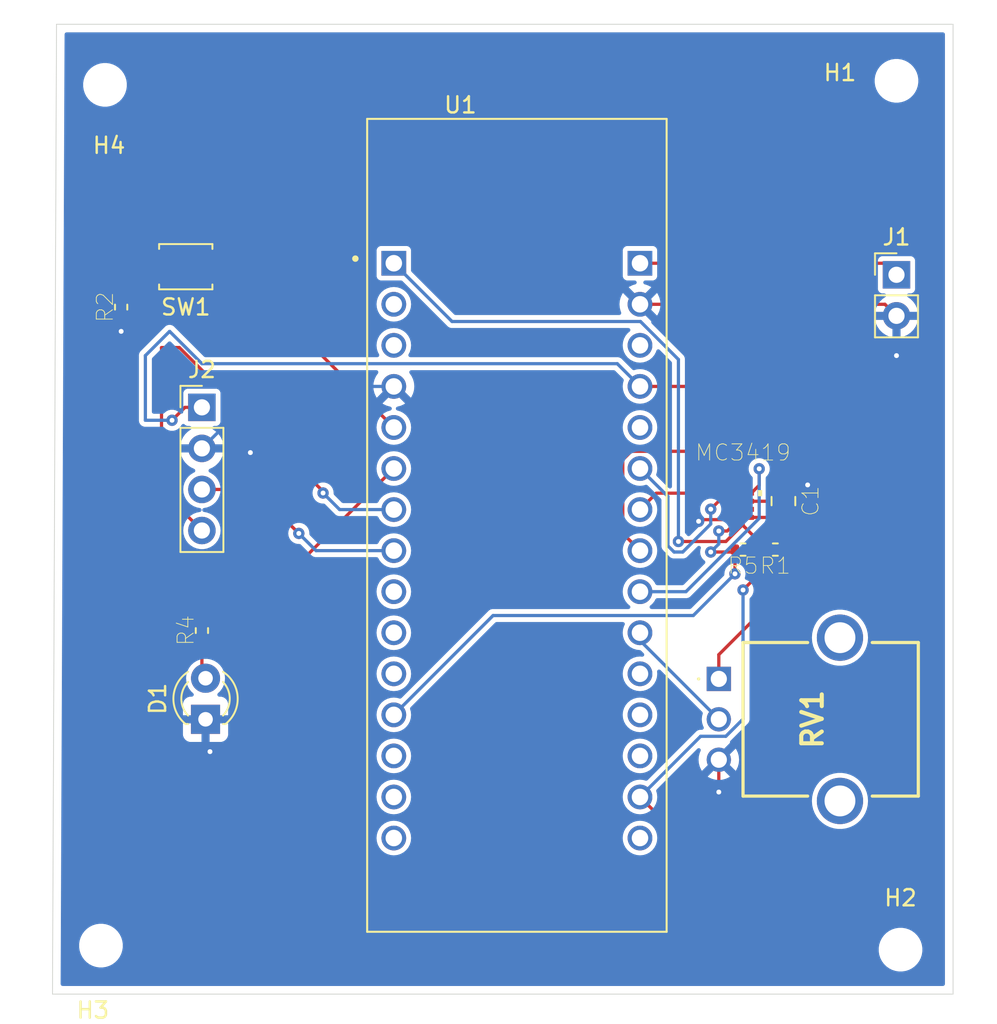
<source format=kicad_pcb>
(kicad_pcb (version 20240108) (generator "pcbnew") (generator_version "8.0")
  (layers (0 "F.Cu" signal) (31 "B.Cu" power) (34 "B.Paste" user) (35 "F.Paste" user) (36 "B.SilkS" user "B.Silkscreen") (37 "F.SilkS" user "F.Silkscreen") (38 "B.Mask" user) (39 "F.Mask" user) (44 "Edge.Cuts" user))
  (net 0 "")
  (net 1 "+3.3V")
  (net 2 "GND")
  (net 3 "/IN{slash} PA12")
  (net 4 "Net-(D1-A)")
  (net 5 "/Vin")
  (net 6 "+5V")
  (net 7 "/PA8")
  (net 8 "/PA5")
  (net 9 "/PA7")
  (net 12 "/PA4")
  (net 13 "/PA6")
  (net 15 "/PA9")
  (net 16 "/OUT{slash} PB0")
  (net 17 "/PA3{slash}POT CTRL")
  (net 32 "/I2C_SDA")
  (net 33 "/I2C_SCL")
  (footprint "MountingHole:MountingHole_2.2mm_M2" (layer "F.Cu") (at 152.75 102)
    (property "Reference" "H3" (at -0.5 4 0) (layer "F.SilkS"))
    (property "Value" "MountingHole")
    (pad "" np_thru_hole circle (at 0 0) (size 2.2 2.2) (drill 2.2) (layers "*.Cu" "*.Mask"))
  )
  (footprint "MountingHole:MountingHole_2.2mm_M2" (layer "F.Cu") (at 202.25 102.25)
    (property "Reference" "H2" (at 0 -3.2 0) (layer "F.SilkS"))
    (property "Value" "MountingHole")
    (pad "" np_thru_hole circle (at 0 0) (size 2.2 2.2) (drill 2.2) (layers "*.Cu" "*.Mask"))
  )
  (footprint "Resistor_SMD:R_0402_1005Metric" (layer "F.Cu") (at 159 82.51 -90)
    (property "Reference" "R4" (at -0.01 1 90) (layer "F.SilkS") (effects (font (thickness 0.05))))
    (property "Value" "1K")
    (fp_line (start -0.153641 0.38) (end 0.153641 0.38) (stroke (width 0.12)) (layer "F.SilkS"))
    (fp_line (start -0.153641 -0.38) (end 0.153641 -0.38) (stroke (width 0.12)) (layer "F.SilkS"))
    (pad "1" smd roundrect (at -0.51 0 270) (size 0.54 0.64) (layers "F.Cu" "F.Paste" "F.Mask") (net 16 "/OUT{slash} PB0"))
    (pad "2" smd roundrect (at 0.51 0 270) (size 0.54 0.64) (layers "F.Cu" "F.Paste" "F.Mask") (net 4 "Net-(D1-A)"))
  )
  (footprint "Resistor_SMD:R_0402_1005Metric" (layer "F.Cu") (at 194.5 77.5 180)
    (property "Reference" "R1" (at 0 -1 0) (layer "F.SilkS") (effects (font (thickness 0.05))))
    (property "Value" "4k7")
    (fp_line (start -0.153641 0.38) (end 0.153641 0.38) (stroke (width 0.12)) (layer "F.SilkS"))
    (fp_line (start -0.153641 -0.38) (end 0.153641 -0.38) (stroke (width 0.12)) (layer "F.SilkS"))
    (pad "1" smd roundrect (at -0.51 0 180) (size 0.54 0.64) (layers "F.Cu" "F.Paste" "F.Mask") (net 1 "+3.3V"))
    (pad "2" smd roundrect (at 0.51 0 180) (size 0.54 0.64) (layers "F.Cu" "F.Paste" "F.Mask") (net 15 "/PA9"))
  )
  (footprint "ecocad_lib_footprints:MODULE_NUCLEO-L432KC" (layer "F.Cu") (at 178.5 76)
    (property "Reference" "U1" (at -3.5 -26 0) (layer "F.SilkS"))
    (property "Value" "NUCLEO-L432KC")
    (fp_line (start -9.27 -25.145) (end 9.27 -25.145) (stroke (width 0.127)) (layer "F.SilkS"))
    (fp_line (start -9.27 25.145) (end -9.27 -25.145) (stroke (width 0.127)) (layer "F.SilkS"))
    (fp_line (start 9.27 -25.145) (end 9.27 25.145) (stroke (width 0.127)) (layer "F.SilkS"))
    (fp_line (start 9.27 25.145) (end -9.27 25.145) (stroke (width 0.127)) (layer "F.SilkS"))
    (fp_circle (center -10 -16.5) (end -9.9 -16.5) (stroke (width 0.2)) (fill none) (layer "F.SilkS"))
    (pad "CN3_1" thru_hole rect (at -7.62 -16.215) (size 1.53 1.53) (drill 1.02) (layers "*.Cu" "*.Mask") (net 15 "/PA9"))
    (pad "CN3_2" thru_hole circle (at -7.62 -13.675) (size 1.53 1.53) (drill 1.02) (layers "*.Cu" "*.Mask"))
    (pad "CN3_3" thru_hole circle (at -7.62 -11.135) (size 1.53 1.53) (drill 1.02) (layers "*.Cu" "*.Mask"))
    (pad "CN3_4" thru_hole circle (at -7.62 -8.595) (size 1.53 1.53) (drill 1.02) (layers "*.Cu" "*.Mask") (net 2 "GND"))
    (pad "CN3_5" thru_hole circle (at -7.62 -6.055) (size 1.53 1.53) (drill 1.02) (layers "*.Cu" "*.Mask") (net 3 "/IN{slash} PA12"))
    (pad "CN3_6" thru_hole circle (at -7.62 -3.515) (size 1.53 1.53) (drill 1.02) (layers "*.Cu" "*.Mask") (net 16 "/OUT{slash} PB0"))
    (pad "CN3_7" thru_hole circle (at -7.62 -0.975) (size 1.53 1.53) (drill 1.02) (layers "*.Cu" "*.Mask") (net 32 "/I2C_SDA"))
    (pad "CN3_8" thru_hole circle (at -7.62 1.565) (size 1.53 1.53) (drill 1.02) (layers "*.Cu" "*.Mask") (net 33 "/I2C_SCL"))
    (pad "CN3_9" thru_hole circle (at -7.62 4.105) (size 1.53 1.53) (drill 1.02) (layers "*.Cu" "*.Mask"))
    (pad "CN3_10" thru_hole circle (at -7.62 6.645) (size 1.53 1.53) (drill 1.02) (layers "*.Cu" "*.Mask"))
    (pad "CN3_11" thru_hole circle (at -7.62 9.185) (size 1.53 1.53) (drill 1.02) (layers "*.Cu" "*.Mask"))
    (pad "CN3_12" thru_hole circle (at -7.62 11.725) (size 1.53 1.53) (drill 1.02) (layers "*.Cu" "*.Mask") (net 7 "/PA8"))
    (pad "CN3_13" thru_hole circle (at -7.62 14.265) (size 1.53 1.53) (drill 1.02) (layers "*.Cu" "*.Mask"))
    (pad "CN3_14" thru_hole circle (at -7.62 16.805) (size 1.53 1.53) (drill 1.02) (layers "*.Cu" "*.Mask"))
    (pad "CN3_15" thru_hole circle (at -7.62 19.345) (size 1.53 1.53) (drill 1.02) (layers "*.Cu" "*.Mask"))
    (pad "CN4_1" thru_hole rect (at 7.62 -16.215) (size 1.53 1.53) (drill 1.02) (layers "*.Cu" "*.Mask") (net 5 "/Vin"))
    (pad "CN4_2" thru_hole circle (at 7.62 -13.675) (size 1.53 1.53) (drill 1.02) (layers "*.Cu" "*.Mask") (net 2 "GND"))
    (pad "CN4_3" thru_hole circle (at 7.62 -11.135) (size 1.53 1.53) (drill 1.02) (layers "*.Cu" "*.Mask"))
    (pad "CN4_4" thru_hole circle (at 7.62 -8.595) (size 1.53 1.53) (drill 1.02) (layers "*.Cu" "*.Mask") (net 6 "+5V"))
    (pad "CN4_5" thru_hole circle (at 7.62 -6.055) (size 1.53 1.53) (drill 1.02) (layers "*.Cu" "*.Mask"))
    (pad "CN4_6" thru_hole circle (at 7.62 -3.515) (size 1.53 1.53) (drill 1.02) (layers "*.Cu" "*.Mask") (net 9 "/PA7"))
    (pad "CN4_7" thru_hole circle (at 7.62 -0.975) (size 1.53 1.53) (drill 1.02) (layers "*.Cu" "*.Mask") (net 13 "/PA6"))
    (pad "CN4_8" thru_hole circle (at 7.62 1.565) (size 1.53 1.53) (drill 1.02) (layers "*.Cu" "*.Mask") (net 8 "/PA5"))
    (pad "CN4_9" thru_hole circle (at 7.62 4.105) (size 1.53 1.53) (drill 1.02) (layers "*.Cu" "*.Mask") (net 12 "/PA4"))
    (pad "CN4_10" thru_hole circle (at 7.62 6.645) (size 1.53 1.53) (drill 1.02) (layers "*.Cu" "*.Mask") (net 17 "/PA3{slash}POT CTRL"))
    (pad "CN4_11" thru_hole circle (at 7.62 9.185) (size 1.53 1.53) (drill 1.02) (layers "*.Cu" "*.Mask"))
    (pad "CN4_12" thru_hole circle (at 7.62 11.725) (size 1.53 1.53) (drill 1.02) (layers "*.Cu" "*.Mask"))
    (pad "CN4_13" thru_hole circle (at 7.62 14.265) (size 1.53 1.53) (drill 1.02) (layers "*.Cu" "*.Mask"))
    (pad "CN4_14" thru_hole circle (at 7.62 16.805) (size 1.53 1.53) (drill 1.02) (layers "*.Cu" "*.Mask") (net 1 "+3.3V"))
    (pad "CN4_15" thru_hole circle (at 7.62 19.345) (size 1.53 1.53) (drill 1.02) (layers "*.Cu" "*.Mask"))
  )
  (footprint "LIB_PTN091-V05115K1B:PTN091V05115K1B" (layer "F.Cu") (at 191 85.5 -90)
    (property "Reference" "RV1" (at 2.5 -5.8 90) (layer "F.SilkS") (effects (font (size 1.27 1.27) (thickness 0.254))))
    (property "Value" "R_Potentiometer_US" (hide yes))
    (fp_line (start 0 1.3) (end 0 1.3) (stroke (width 0.1)) (layer "F.SilkS"))
    (fp_line (start 0 1.2) (end 0 1.2) (stroke (width 0.1)) (layer "F.SilkS"))
    (fp_line (start -2.25 -1.5) (end 7.25 -1.5) (stroke (width 0.2)) (layer "F.SilkS"))
    (fp_line (start 7.25 -1.5) (end 7.25 -5.5) (stroke (width 0.2)) (layer "F.SilkS"))
    (fp_line (start -2.25 -5.5) (end -2.25 -1.5) (stroke (width 0.2)) (layer "F.SilkS"))
    (fp_line (start -2.25 -9.5) (end -2.25 -12.35) (stroke (width 0.2)) (layer "F.SilkS"))
    (fp_line (start -2.25 -12.35) (end 7.25 -12.35) (stroke (width 0.2)) (layer "F.SilkS"))
    (fp_line (start 7.25 -12.35) (end 7.25 -9.5) (stroke (width 0.2)) (layer "F.SilkS"))
    (fp_arc (start 0 1.3) (mid -0.05 1.25) (end 0 1.2) (stroke (width 0.1)) (layer "F.SilkS"))
    (fp_arc (start 0 1.2) (mid 0.05 1.25) (end 0 1.3) (stroke (width 0.1)) (layer "F.SilkS"))
    (pad "1" thru_hole rect (at 0 0 270) (size 1.5 1.5) (drill 1) (layers "*.Cu" "*.Mask") (net 6 "+5V"))
    (pad "2" thru_hole circle (at 2.5 0 270) (size 1.5 1.5) (drill 1) (layers "*.Cu" "*.Mask") (net 17 "/PA3{slash}POT CTRL"))
    (pad "3" thru_hole circle (at 5 0 270) (size 1.5 1.5) (drill 1) (layers "*.Cu" "*.Mask") (net 2 "GND"))
    (pad "4" thru_hole circle (at -2.55 -7.5 270) (size 2.865 2.865) (drill 1.91) (layers "*.Cu" "*.Mask"))
    (pad "5" thru_hole circle (at 7.55 -7.5 270) (size 2.865 2.865) (drill 1.91) (layers "*.Cu" "*.Mask"))
  )
  (footprint "Button_Switch_SMD:SW_SPST_B3U-1000P" (layer "F.Cu") (at 158 60 180)
    (property "Reference" "SW1" (at 0 -2.5 360) (layer "F.SilkS"))
    (property "Value" "SW_SPST")
    (fp_line (start 1.65 1.4) (end 1.65 1.1) (stroke (width 0.12)) (layer "F.SilkS"))
    (fp_line (start 1.65 -1.4) (end 1.65 -1.1) (stroke (width 0.12)) (layer "F.SilkS"))
    (fp_line (start -1.65 1.4) (end 1.65 1.4) (stroke (width 0.12)) (layer "F.SilkS"))
    (fp_line (start -1.65 1.1) (end -1.65 1.4) (stroke (width 0.12)) (layer "F.SilkS"))
    (fp_line (start -1.65 -1.1) (end -1.65 -1.4) (stroke (width 0.12)) (layer "F.SilkS"))
    (fp_line (start -1.65 -1.4) (end 1.65 -1.4) (stroke (width 0.12)) (layer "F.SilkS"))
    (pad "1" smd rect (at -1.7 0 180) (size 0.9 1.7) (layers "F.Cu" "F.Paste" "F.Mask") (net 1 "+3.3V"))
    (pad "2" smd rect (at 1.7 0 180) (size 0.9 1.7) (layers "F.Cu" "F.Paste" "F.Mask") (net 3 "/IN{slash} PA12"))
  )
  (footprint "MountingHole:MountingHole_2.2mm_M2" (layer "F.Cu") (at 202 48.5)
    (property "Reference" "H1" (at -3.5 -0.5 0) (layer "F.SilkS"))
    (property "Value" "MountingHole")
    (pad "" np_thru_hole circle (at 0 0) (size 2.2 2.2) (drill 2.2) (layers "*.Cu" "*.Mask"))
  )
  (footprint "Capacitor_SMD:C_0805_2012Metric" (layer "F.Cu") (at 195 74.5 -90)
    (property "Reference" "C1" (at 0 -1.68 90) (layer "F.SilkS") (effects (font (thickness 0.05))))
    (property "Value" "0.1uF")
    (fp_line (start -0.261252 0.735) (end 0.261252 0.735) (stroke (width 0.12)) (layer "F.SilkS"))
    (fp_line (start -0.261252 -0.735) (end 0.261252 -0.735) (stroke (width 0.12)) (layer "F.SilkS"))
    (pad "1" smd roundrect (at -0.95 0 270) (size 1 1.45) (layers "F.Cu" "F.Paste" "F.Mask") (net 2 "GND"))
    (pad "2" smd roundrect (at 0.95 0 270) (size 1 1.45) (layers "F.Cu" "F.Paste" "F.Mask") (net 1 "+3.3V"))
  )
  (footprint "LED_THT:LED_D3.0mm" (layer "F.Cu") (at 159.225 88 90)
    (property "Reference" "D1" (at 1.27 -2.96 90) (layer "F.SilkS"))
    (property "Value" "LED")
    (fp_line (start -0.29 -1.236) (end -0.29 -1.08) (stroke (width 0.12)) (layer "F.SilkS"))
    (fp_line (start -0.29 1.08) (end -0.29 1.236) (stroke (width 0.12)) (layer "F.SilkS"))
    (fp_arc (start -0.29 -1.235516) (mid 1.366487 -1.987659) (end 2.942335 -1.078608) (stroke (width 0.12)) (layer "F.SilkS"))
    (fp_arc (start 0.229039 -1.08) (mid 1.270117 -1.5) (end 2.31113 -1.079837) (stroke (width 0.12)) (layer "F.SilkS"))
    (fp_arc (start 2.942335 1.078608) (mid 1.366487 1.987659) (end -0.29 1.235516) (stroke (width 0.12)) (layer "F.SilkS"))
    (fp_arc (start 2.31113 1.079837) (mid 1.270117 1.5) (end 0.229039 1.08) (stroke (width 0.12)) (layer "F.SilkS"))
    (pad "1" thru_hole rect (at 0 0 90) (size 1.8 1.8) (drill 0.9) (layers "*.Cu" "*.Mask") (net 2 "GND"))
    (pad "2" thru_hole circle (at 2.54 0 90) (size 1.8 1.8) (drill 0.9) (layers "*.Cu" "*.Mask") (net 4 "Net-(D1-A)"))
  )
  (footprint "ecocad_lib_footprints:MC3479_MEM" (layer "F.Cu") (at 192.25 74.759899)
    (property "Reference" "MC3419" (at 0.25 -3.259899 0) (layer "F.SilkS") (effects (font (thickness 0.05) (bold yes))))
    (property "Value" "~")
    (fp_poly (pts (xy 1.432999 -0.940501) (xy 1.432999 -0.559501) (xy 1.178999 -0.559501) (xy 1.178999 -0.940501)) (fill solid) (layer "F.SilkS"))
    (pad "1" smd rect (at -0.759899 -0.750001 90) (size 0.3048 0.3302) (layers "F.Cu" "F.Paste" "F.Mask") (net 13 "/PA6"))
    (pad "2" smd rect (at -0.759899 -0.25 90) (size 0.3048 0.3302) (layers "F.Cu" "F.Paste" "F.Mask") (net 9 "/PA7"))
    (pad "3" smd rect (at -0.759899 0.25 90) (size 0.3048 0.3302) (layers "F.Cu" "F.Paste" "F.Mask"))
    (pad "4" smd rect (at -0.759899 0.750001 90) (size 0.3048 0.3302) (layers "F.Cu" "F.Paste" "F.Mask") (net 2 "GND"))
    (pad "5" smd rect (at -0.25 0.759899) (size 0.3048 0.3302) (layers "F.Cu" "F.Paste" "F.Mask") (net 7 "/PA8"))
    (pad "6" smd rect (at 0.25 0.759899) (size 0.3048 0.3302) (layers "F.Cu" "F.Paste" "F.Mask") (net 15 "/PA9"))
    (pad "7" smd rect (at 0.759899 0.750001 90) (size 0.3048 0.3302) (layers "F.Cu" "F.Paste" "F.Mask") (net 1 "+3.3V"))
    (pad "8" smd rect (at 0.759899 0.25 90) (size 0.3048 0.3302) (layers "F.Cu" "F.Paste" "F.Mask"))
    (pad "9" smd rect (at 0.759899 -0.25 90) (size 0.3048 0.3302) (layers "F.Cu" "F.Paste" "F.Mask") (net 2 "GND"))
    (pad "10" smd rect (at 0.759899 -0.750001 90) (size 0.3048 0.3302) (layers "F.Cu" "F.Paste" "F.Mask") (net 12 "/PA4"))
    (pad "11" smd rect (at 0.25 -0.759899) (size 0.3048 0.3302) (layers "F.Cu" "F.Paste" "F.Mask"))
    (pad "12" smd rect (at -0.25 -0.759899) (size 0.3048 0.3302) (layers "F.Cu" "F.Paste" "F.Mask") (net 8 "/PA5"))
  )
  (footprint "Connector_PinHeader_2.54mm:PinHeader_1x02_P2.54mm_Vertical" (layer "F.Cu") (at 202 60.5)
    (property "Reference" "J1" (at 0 -2.33 0) (layer "F.SilkS"))
    (property "Value" "Conn_01x02_Pin")
    (fp_line (start -1.33 -1.33) (end 0 -1.33) (stroke (width 0.12)) (layer "F.SilkS"))
    (fp_line (start -1.33 0) (end -1.33 -1.33) (stroke (width 0.12)) (layer "F.SilkS"))
    (fp_line (start -1.33 1.27) (end -1.33 3.87) (stroke (width 0.12)) (layer "F.SilkS"))
    (fp_line (start -1.33 1.27) (end 1.33 1.27) (stroke (width 0.12)) (layer "F.SilkS"))
    (fp_line (start -1.33 3.87) (end 1.33 3.87) (stroke (width 0.12)) (layer "F.SilkS"))
    (fp_line (start 1.33 1.27) (end 1.33 3.87) (stroke (width 0.12)) (layer "F.SilkS"))
    (pad "1" thru_hole rect (at 0 0) (size 1.7 1.7) (drill 1) (layers "*.Cu" "*.Mask") (net 5 "/Vin"))
    (pad "2" thru_hole oval (at 0 2.54) (size 1.7 1.7) (drill 1) (layers "*.Cu" "*.Mask") (net 2 "GND"))
  )
  (footprint "Resistor_SMD:R_0402_1005Metric" (layer "F.Cu") (at 154 62.5 -90)
    (property "Reference" "R2" (at 0 1 90) (layer "F.SilkS") (effects (font (thickness 0.05))))
    (property "Value" "10k")
    (fp_line (start -0.153641 0.38) (end 0.153641 0.38) (stroke (width 0.12)) (layer "F.SilkS"))
    (fp_line (start -0.153641 -0.38) (end 0.153641 -0.38) (stroke (width 0.12)) (layer "F.SilkS"))
    (pad "1" smd roundrect (at -0.51 0 270) (size 0.54 0.64) (layers "F.Cu" "F.Paste" "F.Mask") (net 3 "/IN{slash} PA12"))
    (pad "2" smd roundrect (at 0.51 0 270) (size 0.54 0.64) (layers "F.Cu" "F.Paste" "F.Mask") (net 2 "GND"))
  )
  (footprint "Connector_PinHeader_2.54mm:PinHeader_1x04_P2.54mm_Vertical" (layer "F.Cu") (at 159 68.7)
    (property "Reference" "J2" (at 0 -2.33 0) (layer "F.SilkS"))
    (property "Value" "OLED_PINS")
    (fp_line (start -1.33 -1.33) (end 0 -1.33) (stroke (width 0.12)) (layer "F.SilkS"))
    (fp_line (start -1.33 0) (end -1.33 -1.33) (stroke (width 0.12)) (layer "F.SilkS"))
    (fp_line (start -1.33 1.27) (end -1.33 8.95) (stroke (width 0.12)) (layer "F.SilkS"))
    (fp_line (start -1.33 1.27) (end 1.33 1.27) (stroke (width 0.12)) (layer "F.SilkS"))
    (fp_line (start -1.33 8.95) (end 1.33 8.95) (stroke (width 0.12)) (layer "F.SilkS"))
    (fp_line (start 1.33 1.27) (end 1.33 8.95) (stroke (width 0.12)) (layer "F.SilkS"))
    (pad "1" thru_hole rect (at 0 0) (size 1.7 1.7) (drill 1) (layers "*.Cu" "*.Mask") (net 6 "+5V"))
    (pad "2" thru_hole oval (at 0 2.54) (size 1.7 1.7) (drill 1) (layers "*.Cu" "*.Mask") (net 2 "GND"))
    (pad "3" thru_hole oval (at 0 5.08) (size 1.7 1.7) (drill 1) (layers "*.Cu" "*.Mask") (net 33 "/I2C_SCL"))
    (pad "4" thru_hole oval (at 0 7.62) (size 1.7 1.7) (drill 1) (layers "*.Cu" "*.Mask") (net 32 "/I2C_SDA"))
  )
  (footprint "MountingHole:MountingHole_2.2mm_M2" (layer "F.Cu") (at 153 48.75)
    (property "Reference" "H4" (at 0.25 3.75 0) (layer "F.SilkS"))
    (property "Value" "MountingHole")
    (pad "" np_thru_hole circle (at 0 0) (size 2.2 2.2) (drill 2.2) (layers "*.Cu" "*.Mask"))
  )
  (footprint "Resistor_SMD:R_0402_1005Metric" (layer "F.Cu") (at 192.5 77.5 180)
    (property "Reference" "R5" (at 0 -1 0) (layer "F.SilkS") (effects (font (thickness 0.05))))
    (property "Value" "4k7")
    (fp_line (start -0.153641 0.38) (end 0.153641 0.38) (stroke (width 0.12)) (layer "F.SilkS"))
    (fp_line (start -0.153641 -0.38) (end 0.153641 -0.38) (stroke (width 0.12)) (layer "F.SilkS"))
    (pad "1" smd roundrect (at -0.51 0 180) (size 0.54 0.64) (layers "F.Cu" "F.Paste" "F.Mask") (net 1 "+3.3V"))
    (pad "2" smd roundrect (at 0.51 0 180) (size 0.54 0.64) (layers "F.Cu" "F.Paste" "F.Mask") (net 7 "/PA8"))
  )
  (gr_line (start 149.75 105) (end 205.5 105) (stroke (width 0.05)) (layer "Edge.Cuts"))
  (gr_line (start 150 45) (end 149.75 105) (stroke (width 0.05)) (layer "Edge.Cuts"))
  (gr_line (start 205.5 45) (end 150 45) (stroke (width 0.05)) (layer "Edge.Cuts"))
  (gr_line (start 205.5 105) (end 205.5 45) (stroke (width 0.05)) (layer "Edge.Cuts"))
  (segment (start 195.01 75.46) (end 195 75.45) (width 0.2) (layer "F.Cu") (net 1))
  (segment (start 168 102.5) (end 153.964466 88.464466) (width 0.2) (layer "F.Cu") (net 1))
  (segment (start 192.5 80) (end 193.5 79) (width 0.2) (layer "F.Cu") (net 1))
  (segment (start 153.964466 58.535534) (end 156 56.5) (width 0.2) (layer "F.Cu") (net 1))
  (segment (start 190.5 99.256068) (end 190.5 101.5) (width 0.2) (layer "F.Cu") (net 1))
  (segment (start 162 57.7) (end 162 57) (width 0.2) (layer "F.Cu") (net 1))
  (segment (start 195.01 77.5) (end 195.01 75.46) (width 0.2) (layer "F.Cu") (net 1))
  (segment (start 193.01 78.51) (end 193.5 79) (width 0.2) (layer "F.Cu") (net 1))
  (segment (start 193.5 79) (end 193.51 79) (width 0.2) (layer "F.Cu") (net 1))
  (segment (start 193.51 79) (end 195.01 77.5) (width 0.2) (layer "F.Cu") (net 1))
  (segment (start 194.9401 75.5099) (end 195 75.45) (width 0.2) (layer "F.Cu") (net 1))
  (segment (start 190 102) (end 169 102) (width 0.2) (layer "F.Cu") (net 1))
  (segment (start 156 56.5) (end 161.5 56.5) (width 0.2) (layer "F.Cu") (net 1))
  (segment (start 169 102) (end 168.5 102.5) (width 0.2) (layer "F.Cu") (net 1))
  (segment (start 159.7 60) (end 162 57.7) (width 0.2) (layer "F.Cu") (net 1))
  (segment (start 193.01 77.5) (end 193.01 78.51) (width 0.2) (layer "F.Cu") (net 1))
  (segment (start 152.5 84.928932) (end 152.5 62.071068) (width 0.2) (layer "F.Cu") (net 1))
  (segment (start 190.5 101.5) (end 190 102) (width 0.2) (layer "F.Cu") (net 1))
  (segment (start 186.12 92.805) (end 189.035534 95.720534) (width 0.2) (layer "F.Cu") (net 1))
  (segment (start 161.5 56.5) (end 162 57) (width 0.2) (layer "F.Cu") (net 1))
  (segment (start 168.5 102.5) (end 168 102.5) (width 0.2) (layer "F.Cu") (net 1))
  (segment (start 193.009899 75.5099) (end 194.9401 75.5099) (width 0.2) (layer "F.Cu") (net 1))
  (via (at 192.5 80) (size 0.7) (drill 0.3) (layers "F.Cu" "B.Cu") (net 1))
  (arc (start 153.964466 88.464466) (mid 152.880602 86.842349) (end 152.5 84.928932) (width 0.2) (layer "F.Cu") (net 1))
  (arc (start 190.5 99.256068) (mid 190.119398 97.342651) (end 189.035534 95.720534) (width 0.2) (layer "F.Cu") (net 1))
  (arc (start 152.5 62.071068) (mid 152.880602 60.157651) (end 153.964466 58.535534) (width 0.2) (layer "F.Cu") (net 1))
  (segment (start 189.875 89.05) (end 191.434925 89.05) (width 0.2) (layer "B.Cu") (net 1))
  (segment (start 186.12 92.805) (end 189.875 89.05) (width 0.2) (layer "B.Cu") (net 1))
  (segment (start 191.434925 89.05) (end 192.5 87.984925) (width 0.2) (layer "B.Cu") (net 1))
  (segment (start 192.5 87.984925) (end 192.5 80) (width 0.2) (layer "B.Cu") (net 1))
  (segment (start 189.849999 75.65) (end 189.749999 75.75) (width 0.2) (layer "F.Cu") (net 2))
  (segment (start 191.350001 75.65) (end 189.849999 75.65) (width 0.2) (layer "F.Cu") (net 2))
  (segment (start 201.285 62.325) (end 202 63.04) (width 0.2) (layer "F.Cu") (net 2))
  (segment (start 196.45 73.55) (end 196.5 73.5) (width 0.2) (layer "F.Cu") (net 2))
  (segment (start 195 73.55) (end 196.45 73.55) (width 0.2) (layer "F.Cu") (net 2))
  (segment (start 159.225 88) (end 159.225 89.725) (width 0.2) (layer "F.Cu") (net 2))
  (segment (start 186.12 62.325) (end 201.285 62.325) (width 0.2) (layer "F.Cu") (net 2))
  (segment (start 194.040101 74.509899) (end 195 73.55) (width 0.2) (layer "F.Cu") (net 2))
  (segment (start 193.009899 74.509899) (end 194.040101 74.509899) (width 0.2) (layer "F.Cu") (net 2))
  (segment (start 159.225 89.725) (end 159.5 90) (width 0.2) (layer "F.Cu") (net 2))
  (segment (start 191 90.5) (end 191 92.5) (width 0.2) (layer "F.Cu") (net 2))
  (segment (start 161.74 71.24) (end 162 71.5) (width 0.2) (layer "F.Cu") (net 2))
  (segment (start 159 71.24) (end 161.74 71.24) (width 0.2) (layer "F.Cu") (net 2))
  (segment (start 202 63.04) (end 202 65.5) (width 0.2) (layer "F.Cu") (net 2))
  (segment (start 154 63.01) (end 154 64) (width 0.2) (layer "F.Cu") (net 2))
  (segment (start 191.490101 75.5099) (end 191.350001 75.65) (width 0.2) (layer "F.Cu") (net 2))
  (via (at 202 65.5) (size 0.7) (drill 0.3) (layers "F.Cu" "B.Cu") (net 2))
  (via (at 196.5 73.5) (size 0.7) (drill 0.3) (layers "F.Cu" "B.Cu") (net 2))
  (via (at 154 64) (size 0.7) (drill 0.3) (layers "F.Cu" "B.Cu") (net 2))
  (via (at 162 71.5) (size 0.7) (drill 0.3) (layers "F.Cu" "B.Cu") (net 2))
  (via (at 191 92.5) (size 0.7) (drill 0.3) (layers "F.Cu" "B.Cu") (net 2))
  (via (at 159.5 90) (size 0.7) (drill 0.3) (layers "F.Cu" "B.Cu") (net 2))
  (via (at 189.749999 75.75) (size 0.7) (drill 0.3) (layers "F.Cu" "B.Cu") (net 2))
  (segment (start 162.835 67.405) (end 159 71.24) (width 0.2) (layer "B.Cu") (net 2))
  (segment (start 170.88 67.405) (end 162.835 67.405) (width 0.2) (layer "B.Cu") (net 2))
  (segment (start 164.389466 63.454466) (end 170.88 69.945) (width 0.2) (layer "F.Cu") (net 3))
  (segment (start 156.3 60) (end 155.99 60) (width 0.2) (layer "F.Cu") (net 3))
  (segment (start 155.99 60) (end 154 61.99) (width 0.2) (layer "F.Cu") (net 3))
  (segment (start 154 61.99) (end 160.853932 61.99) (width 0.2) (layer "F.Cu") (net 3))
  (arc (start 164.389466 63.454466) (mid 162.767349 62.370602) (end 160.853932 61.99) (width 0.2) (layer "F.Cu") (net 3))
  (segment (start 159 85.235) (end 159.225 85.46) (width 0.2) (layer "F.Cu") (net 4))
  (segment (start 159 83.02) (end 159 85.235) (width 0.2) (layer "F.Cu") (net 4))
  (segment (start 201.285 59.785) (end 202 60.5) (width 0.2) (layer "F.Cu") (net 5))
  (segment (start 186.12 59.785) (end 201.285 59.785) (width 0.2) (layer "F.Cu") (net 5))
  (segment (start 200 75) (end 191 84) (width 0.2) (layer "F.Cu") (net 6))
  (segment (start 157.95 68.7) (end 157.15 69.5) (width 0.2) (layer "F.Cu") (net 6))
  (segment (start 186.12 67.405) (end 192.905 67.405) (width 0.2) (layer "F.Cu") (net 6))
  (segment (start 192.905 67.405) (end 200 74.5) (width 0.2) (layer "F.Cu") (net 6))
  (segment (start 159 68.7) (end 157.95 68.7) (width 0.2) (layer "F.Cu") (net 6))
  (segment (start 191 84) (end 191 85.5) (width 0.2) (layer "F.Cu") (net 6))
  (segment (start 200 74.5) (end 200 75) (width 0.2) (layer "F.Cu") (net 6))
  (via (at 157.15 69.5) (size 0.7) (drill 0.3) (layers "F.Cu" "B.Cu") (net 6))
  (segment (start 184.715 66) (end 186.12 67.405) (width 0.2) (layer "B.Cu") (net 6))
  (segment (start 155.5 69.5) (end 155.5 65.5) (width 0.2) (layer "B.Cu") (net 6))
  (segment (start 157.15 69.5) (end 155.5 69.5) (width 0.2) (layer "B.Cu") (net 6))
  (segment (start 155.5 65.5) (end 157 64) (width 0.2) (layer "B.Cu") (net 6))
  (segment (start 159 66) (end 184.715 66) (width 0.2) (layer "B.Cu") (net 6))
  (segment (start 157 64) (end 159 66) (width 0.2) (layer "B.Cu") (net 6))
  (segment (start 191.84 77.65) (end 191.99 77.5) (width 0.2) (layer "F.Cu") (net 7))
  (segment (start 190.5 77.65) (end 191.84 77.65) (width 0.2) (layer "F.Cu") (net 7))
  (segment (start 191.521612 76.35) (end 191 76.35) (width 0.2) (layer "F.Cu") (net 7))
  (segment (start 192 75.519798) (end 192 75.871612) (width 0.2) (layer "F.Cu") (net 7))
  (segment (start 191.99 77.5) (end 192 77.51) (width 0.2) (layer "F.Cu") (net 7))
  (segment (start 192 75.871612) (end 191.521612 76.35) (width 0.2) (layer "F.Cu") (net 7))
  (segment (start 192 77.51) (end 192 79) (width 0.2) (layer "F.Cu") (net 7))
  (via (at 190.5 77.65) (size 0.7) (drill 0.3) (layers "F.Cu" "B.Cu") (net 7))
  (via (at 192 79) (size 0.7) (drill 0.3) (layers "F.Cu" "B.Cu") (net 7))
  (via (at 191 76.35) (size 0.7) (drill 0.3) (layers "F.Cu" "B.Cu") (net 7))
  (segment (start 170.88 87.725) (end 177.025 81.58) (width 0.2) (layer "B.Cu") (net 7))
  (segment (start 189.42 81.58) (end 191 80) (width 0.2) (layer "B.Cu") (net 7))
  (segment (start 177.025 81.58) (end 189.42 81.58) (width 0.2) (layer "B.Cu") (net 7))
  (segment (start 191 77.15) (end 190.5 77.65) (width 0.2) (layer "B.Cu") (net 7))
  (segment (start 191 76.35) (end 191 77.15) (width 0.2) (layer "B.Cu") (net 7))
  (segment (start 191 80) (end 192 79) (width 0.2) (layer "B.Cu") (net 7))
  (segment (start 189.817703 71.42) (end 192 73.602297) (width 0.2) (layer "F.Cu") (net 8))
  (segment (start 192 73.602297) (end 192 74) (width 0.2) (layer "F.Cu") (net 8))
  (segment (start 185.055 71.945) (end 185.58 71.42) (width 0.2) (layer "F.Cu") (net 8))
  (segment (start 186.12 77.565) (end 185.055 76.5) (width 0.2) (layer "F.Cu") (net 8))
  (segment (start 185.055 76.5) (end 185.055 71.945) (width 0.2) (layer "F.Cu") (net 8))
  (segment (start 185.58 71.42) (end 189.817703 71.42) (width 0.2) (layer "F.Cu") (net 8))
  (segment (start 190.5 75) (end 190.990101 74.509899) (width 0.2) (layer "F.Cu") (net 9))
  (segment (start 190.990101 74.509899) (end 191.490101 74.509899) (width 0.2) (layer "F.Cu") (net 9))
  (via (at 190.5 75) (size 0.7) (drill 0.3) (layers "F.Cu" "B.Cu") (net 9))
  (segment (start 188.230761 77.65) (end 188.769239 77.65) (width 0.2) (layer "B.Cu") (net 9))
  (segment (start 187.85 77.269239) (end 188.230761 77.65) (width 0.2) (layer "B.Cu") (net 9))
  (segment (start 187.85 74.215) (end 187.85 77.269239) (width 0.2) (layer "B.Cu") (net 9))
  (segment (start 188.769239 77.65) (end 190.5 75.919239) (width 0.2) (layer "B.Cu") (net 9))
  (segment (start 186.12 72.485) (end 187.85 74.215) (width 0.2) (layer "B.Cu") (net 9))
  (segment (start 190.5 75.919239) (end 190.5 75) (width 0.2) (layer "B.Cu") (net 9))
  (segment (start 193.5 72.5) (end 193.5 73.519797) (width 0.2) (layer "F.Cu") (net 12))
  (segment (start 193.5 73.519797) (end 193.009899 74.009898) (width 0.2) (layer "F.Cu") (net 12))
  (segment (start 193.009898 74.009898) (end 193 74) (width 0.2) (layer "F.Cu") (net 12))
  (segment (start 193.009899 74.009898) (end 193.009898 74.009898) (width 0.2) (layer "F.Cu") (net 12))
  (via (at 193.5 72.5) (size 0.7) (drill 0.3) (layers "F.Cu" "B.Cu") (net 12))
  (segment (start 188.964239 80.105) (end 193.5 75.569239) (width 0.2) (layer "B.Cu") (net 12))
  (segment (start 193.5 75.569239) (end 193.5 72.5) (width 0.2) (layer "B.Cu") (net 12))
  (segment (start 186.12 80.105) (end 188.964239 80.105) (width 0.2) (layer "B.Cu") (net 12))
  (segment (start 186.12 75.025) (end 187.135102 74.009898) (width 0.2) (layer "F.Cu") (net 13))
  (segment (start 187.135102 74.009898) (end 191.490101 74.009898) (width 0.2) (layer "F.Cu") (net 13))
  (segment (start 186.475 75.025) (end 186.5 75) (width 0.2) (layer "B.Cu") (net 13))
  (segment (start 188.5 77) (end 191.437298 77) (width 0.2) (layer "F.Cu") (net 15))
  (segment (start 192.5 75.937298) (end 192.5 75.519798) (width 0.2) (layer "F.Cu") (net 15))
  (segment (start 192.5 76.01) (end 192.5 75.937298) (width 0.2) (layer "F.Cu") (net 15))
  (segment (start 193.99 77.5) (end 192.5 76.01) (width 0.2) (layer "F.Cu") (net 15))
  (segment (start 191.437298 77) (end 192.5 75.937298) (width 0.2) (layer "F.Cu") (net 15))
  (via (at 188.5 77) (size 0.7) (drill 0.3) (layers "F.Cu" "B.Cu") (net 15))
  (segment (start 170.88 59.785) (end 174.485 63.39) (width 0.2) (layer "B.Cu") (net 15))
  (segment (start 188.5 65.738862) (end 188.5 77) (width 0.2) (layer "B.Cu") (net 15))
  (segment (start 186.151138 63.39) (end 188.5 65.738862) (width 0.2) (layer "B.Cu") (net 15))
  (segment (start 174.485 63.39) (end 186.151138 63.39) (width 0.2) (layer "B.Cu") (net 15))
  (segment (start 161.365 82) (end 170.88 72.485) (width 0.2) (layer "F.Cu") (net 16))
  (segment (start 159 82) (end 161.365 82) (width 0.2) (layer "F.Cu") (net 16))
  (segment (start 191 88) (end 186.12 83.12) (width 0.2) (layer "B.Cu") (net 17))
  (segment (start 186.12 83.12) (end 186.12 82.645) (width 0.2) (layer "B.Cu") (net 17))
  (segment (start 157.6 65) (end 166.5 73.9) (width 0.2) (layer "F.Cu") (net 32))
  (segment (start 156.5 73.82) (end 156.5 65) (width 0.2) (layer "F.Cu") (net 32))
  (segment (start 156.5 65) (end 157.6 65) (width 0.2) (layer "F.Cu") (net 32))
  (segment (start 159 76.32) (end 156.5 73.82) (width 0.2) (layer "F.Cu") (net 32))
  (segment (start 166.5 73.9) (end 166.5 74) (width 0.2) (layer "F.Cu") (net 32))
  (via (at 166.5 74) (size 0.7) (drill 0.3) (layers "F.Cu" "B.Cu") (net 32))
  (segment (start 167.525 75.025) (end 170.88 75.025) (width 0.2) (layer "B.Cu") (net 32))
  (segment (start 166.5 74) (end 167.525 75.025) (width 0.2) (layer "B.Cu") (net 32))
  (segment (start 159 74) (end 159 73.78) (width 0.2) (layer "F.Cu") (net 33))
  (segment (start 159 73.78) (end 162.28 73.78) (width 0.2) (layer "F.Cu") (net 33))
  (segment (start 162.28 73.78) (end 165 76.5) (width 0.2) (layer "F.Cu") (net 33))
  (via (at 165 76.5) (size 0.7) (drill 0.3) (layers "F.Cu" "B.Cu") (net 33))
  (segment (start 166.065 77.565) (end 170.88 77.565) (width 0.2) (layer "B.Cu") (net 33))
  (segment (start 165 76.5) (end 166.065 77.565) (width 0.2) (layer "B.Cu") (net 33))
  (zone (net 2) (net_name "GND") (layer "B.Cu") (connect_pads (clearance 0.3)) (min_thickness 0.25) (fill yes (thermal_gap 0.5) (thermal_bridge_width 0.5))
    (polygon (pts (xy 207 43.5) (xy 207 106.5) (xy 146.5 106.5) (xy 146.5 43.5) (xy 151 43.5)))
  )
)
</source>
